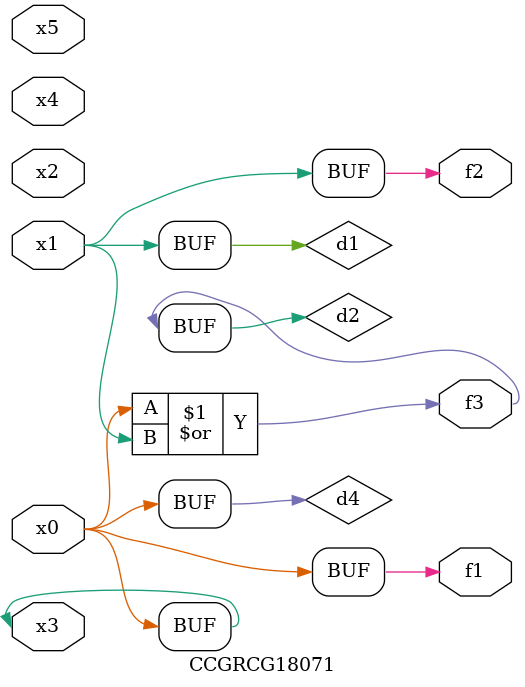
<source format=v>
module CCGRCG18071(
	input x0, x1, x2, x3, x4, x5,
	output f1, f2, f3
);

	wire d1, d2, d3, d4;

	and (d1, x1);
	or (d2, x0, x1);
	nand (d3, x0, x5);
	buf (d4, x0, x3);
	assign f1 = d4;
	assign f2 = d1;
	assign f3 = d2;
endmodule

</source>
